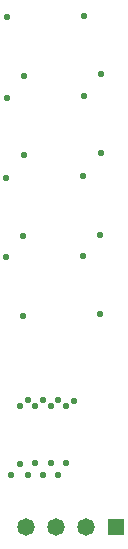
<source format=gbs>
%FSLAX44Y44*%
%MOMM*%
G71*
G01*
G75*
G04 Layer_Color=16711935*
%ADD10R,1.0000X0.7250*%
%ADD11R,0.8000X0.9000*%
%ADD12R,0.6000X1.3500*%
%ADD13R,0.4000X1.3500*%
%ADD14C,0.5000*%
%ADD15C,0.2540*%
%ADD16C,0.2000*%
%ADD17R,1.5000X1.5000*%
%ADD18C,1.5000*%
%ADD19C,0.6000*%
%ADD20R,0.9800X0.7050*%
%ADD21R,0.7800X0.8800*%
%ADD22R,0.5800X1.3300*%
%ADD23R,0.3800X1.3300*%
%ADD24R,1.4800X1.4800*%
%ADD25C,1.4800*%
%ADD26C,0.5800*%
D24*
X645160Y806450D02*
D03*
D25*
X619760D02*
D03*
X594360D02*
D03*
X568960D02*
D03*
D26*
X552480Y1238220D02*
D03*
X617640Y1239100D02*
D03*
Y1171790D02*
D03*
X552232Y1102142D02*
D03*
X617392Y1103458D02*
D03*
X552232Y1034832D02*
D03*
X617392Y1036148D02*
D03*
X552480Y1169670D02*
D03*
X566810Y1188720D02*
D03*
X631970Y1189990D02*
D03*
X566810Y1121410D02*
D03*
X631970Y1123170D02*
D03*
X566562Y1052830D02*
D03*
X631722Y1054100D02*
D03*
X566562Y985520D02*
D03*
X631722Y986790D02*
D03*
X570150Y850820D02*
D03*
X583150Y850680D02*
D03*
X596150Y850380D02*
D03*
X563650Y909090D02*
D03*
X570150Y914320D02*
D03*
X576650Y909250D02*
D03*
X583150Y914180D02*
D03*
X589650Y908950D02*
D03*
X596150Y913880D02*
D03*
X602650Y908650D02*
D03*
X609150Y913580D02*
D03*
X556150Y850900D02*
D03*
X576650Y861060D02*
D03*
X589650Y860690D02*
D03*
X602650Y861060D02*
D03*
X563650Y859790D02*
D03*
M02*

</source>
